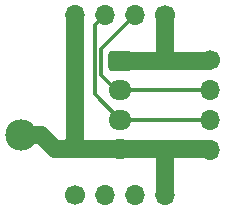
<source format=gbr>
%TF.GenerationSoftware,KiCad,Pcbnew,(6.0.1)*%
%TF.CreationDate,2022-02-07T22:37:26-05:00*%
%TF.ProjectId,PDB-B,5044422d-422e-46b6-9963-61645f706362,rev?*%
%TF.SameCoordinates,Original*%
%TF.FileFunction,Copper,L1,Top*%
%TF.FilePolarity,Positive*%
%FSLAX46Y46*%
G04 Gerber Fmt 4.6, Leading zero omitted, Abs format (unit mm)*
G04 Created by KiCad (PCBNEW (6.0.1)) date 2022-02-07 22:37:26*
%MOMM*%
%LPD*%
G01*
G04 APERTURE LIST*
G04 Aperture macros list*
%AMRoundRect*
0 Rectangle with rounded corners*
0 $1 Rounding radius*
0 $2 $3 $4 $5 $6 $7 $8 $9 X,Y pos of 4 corners*
0 Add a 4 corners polygon primitive as box body*
4,1,4,$2,$3,$4,$5,$6,$7,$8,$9,$2,$3,0*
0 Add four circle primitives for the rounded corners*
1,1,$1+$1,$2,$3*
1,1,$1+$1,$4,$5*
1,1,$1+$1,$6,$7*
1,1,$1+$1,$8,$9*
0 Add four rect primitives between the rounded corners*
20,1,$1+$1,$2,$3,$4,$5,0*
20,1,$1+$1,$4,$5,$6,$7,0*
20,1,$1+$1,$6,$7,$8,$9,0*
20,1,$1+$1,$8,$9,$2,$3,0*%
G04 Aperture macros list end*
%TA.AperFunction,ComponentPad*%
%ADD10RoundRect,0.250000X-0.725000X0.600000X-0.725000X-0.600000X0.725000X-0.600000X0.725000X0.600000X0*%
%TD*%
%TA.AperFunction,ComponentPad*%
%ADD11O,1.950000X1.700000*%
%TD*%
%TA.AperFunction,ComponentPad*%
%ADD12C,2.667000*%
%TD*%
%TA.AperFunction,ComponentPad*%
%ADD13C,1.700000*%
%TD*%
%TA.AperFunction,ComponentPad*%
%ADD14O,1.700000X1.700000*%
%TD*%
%TA.AperFunction,Conductor*%
%ADD15C,1.524000*%
%TD*%
%TA.AperFunction,Conductor*%
%ADD16C,0.304800*%
%TD*%
G04 APERTURE END LIST*
D10*
X127000000Y-123250000D03*
D11*
X127000000Y-125750000D03*
X127000000Y-128250000D03*
X127000000Y-130750000D03*
D12*
X118618000Y-129540000D03*
D13*
X134620000Y-123190000D03*
D14*
X134620000Y-125730000D03*
X134620000Y-128270000D03*
X134620000Y-130810000D03*
D13*
X123190000Y-134620000D03*
D14*
X125730000Y-134620000D03*
X128270000Y-134620000D03*
X130810000Y-134620000D03*
D13*
X130810000Y-119380000D03*
D14*
X128270000Y-119380000D03*
X125730000Y-119380000D03*
X123190000Y-119380000D03*
D15*
X134560000Y-123250000D02*
X134620000Y-123190000D01*
X130623000Y-123250000D02*
X134560000Y-123250000D01*
X130810000Y-119380000D02*
X130810000Y-123063000D01*
X127000000Y-123250000D02*
X130623000Y-123250000D01*
X130810000Y-123063000D02*
X130623000Y-123250000D01*
D16*
X125349000Y-124460000D02*
X126639000Y-125750000D01*
X126639000Y-125750000D02*
X127000000Y-125750000D01*
X128270000Y-119380000D02*
X125349000Y-122301000D01*
X134600000Y-125750000D02*
X134620000Y-125730000D01*
X125349000Y-122301000D02*
X125349000Y-124460000D01*
X127000000Y-125750000D02*
X134600000Y-125750000D01*
X127000000Y-128250000D02*
X134600000Y-128250000D01*
X124841000Y-120269000D02*
X124841000Y-126091000D01*
X124841000Y-126091000D02*
X127000000Y-128250000D01*
X134600000Y-128250000D02*
X134620000Y-128270000D01*
X125730000Y-119380000D02*
X124841000Y-120269000D01*
D15*
X123190000Y-119380000D02*
X123190000Y-130175000D01*
X130997000Y-130750000D02*
X134560000Y-130750000D01*
X134560000Y-130750000D02*
X134620000Y-130810000D01*
X122615000Y-130750000D02*
X127000000Y-130750000D01*
X130810000Y-130937000D02*
X130997000Y-130750000D01*
X121479000Y-130750000D02*
X122615000Y-130750000D01*
X130810000Y-134620000D02*
X130810000Y-130937000D01*
X127000000Y-130750000D02*
X130997000Y-130750000D01*
X123190000Y-130175000D02*
X122615000Y-130750000D01*
X118618000Y-129540000D02*
X120269000Y-129540000D01*
X120269000Y-129540000D02*
X121479000Y-130750000D01*
M02*

</source>
